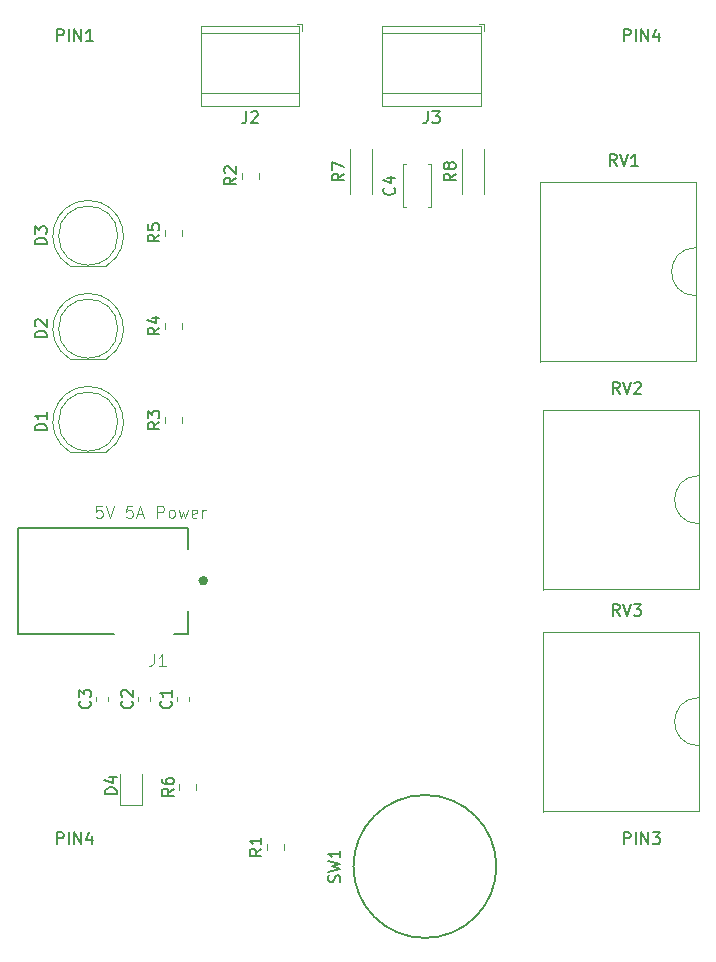
<source format=gbr>
G04 #@! TF.GenerationSoftware,KiCad,Pcbnew,(5.1.5)-3*
G04 #@! TF.CreationDate,2020-02-29T23:20:45-05:00*
G04 #@! TF.ProjectId,LED_Control,4c45445f-436f-46e7-9472-6f6c2e6b6963,rev?*
G04 #@! TF.SameCoordinates,Original*
G04 #@! TF.FileFunction,Legend,Top*
G04 #@! TF.FilePolarity,Positive*
%FSLAX46Y46*%
G04 Gerber Fmt 4.6, Leading zero omitted, Abs format (unit mm)*
G04 Created by KiCad (PCBNEW (5.1.5)-3) date 2020-02-29 23:20:45*
%MOMM*%
%LPD*%
G04 APERTURE LIST*
%ADD10C,0.120000*%
%ADD11C,0.127000*%
%ADD12C,0.400000*%
%ADD13C,0.200000*%
%ADD14C,0.150000*%
%ADD15C,0.050000*%
G04 APERTURE END LIST*
D10*
X145636500Y-75235500D02*
X145636500Y-71395500D01*
X143796500Y-75235500D02*
X143796500Y-71395500D01*
X145624000Y-60779000D02*
X145224000Y-60779000D01*
X145624000Y-61419000D02*
X145624000Y-60779000D01*
X137064000Y-67759000D02*
X137064000Y-61019000D01*
X145384000Y-67759000D02*
X145384000Y-61019000D01*
X145384000Y-61019000D02*
X137064000Y-61019000D01*
X145384000Y-67759000D02*
X137064000Y-67759000D01*
X145384000Y-66639000D02*
X137064000Y-66639000D01*
X145384000Y-61539000D02*
X137064000Y-61539000D01*
X130257000Y-60779000D02*
X129857000Y-60779000D01*
X130257000Y-61419000D02*
X130257000Y-60779000D01*
X121697000Y-67759000D02*
X121697000Y-61019000D01*
X130017000Y-67759000D02*
X130017000Y-61019000D01*
X130017000Y-61019000D02*
X121697000Y-61019000D01*
X130017000Y-67759000D02*
X121697000Y-67759000D01*
X130017000Y-66639000D02*
X121697000Y-66639000D01*
X130017000Y-61539000D02*
X121697000Y-61539000D01*
X136175000Y-75235500D02*
X136175000Y-71395500D01*
X134335000Y-75235500D02*
X134335000Y-71395500D01*
X120715500Y-118145779D02*
X120715500Y-117820221D01*
X119695500Y-118145779D02*
X119695500Y-117820221D01*
X117413500Y-118145779D02*
X117413500Y-117820221D01*
X116393500Y-118145779D02*
X116393500Y-117820221D01*
X112837500Y-118145779D02*
X112837500Y-117820221D01*
X113857500Y-118145779D02*
X113857500Y-117820221D01*
X138815750Y-76325500D02*
X138815750Y-72685500D01*
X141155750Y-76325500D02*
X141155750Y-72685500D01*
X138815750Y-76325500D02*
X139060750Y-76325500D01*
X140910750Y-76325500D02*
X141155750Y-76325500D01*
X138815750Y-72685500D02*
X139060750Y-72685500D01*
X140910750Y-72685500D02*
X141155750Y-72685500D01*
X112141462Y-91498000D02*
G75*
G03X110596170Y-97048000I-462J-2990000D01*
G01*
X112140538Y-91498000D02*
G75*
G02X113685830Y-97048000I462J-2990000D01*
G01*
X114641000Y-94488000D02*
G75*
G03X114641000Y-94488000I-2500000J0D01*
G01*
X110596000Y-97048000D02*
X113686000Y-97048000D01*
X110596000Y-89174000D02*
X113686000Y-89174000D01*
X114641000Y-86614000D02*
G75*
G03X114641000Y-86614000I-2500000J0D01*
G01*
X112140538Y-83624000D02*
G75*
G02X113685830Y-89174000I462J-2990000D01*
G01*
X112141462Y-83624000D02*
G75*
G03X110596170Y-89174000I-462J-2990000D01*
G01*
X112141462Y-75750000D02*
G75*
G03X110596170Y-81300000I-462J-2990000D01*
G01*
X112140538Y-75750000D02*
G75*
G02X113685830Y-81300000I462J-2990000D01*
G01*
X114641000Y-78740000D02*
G75*
G03X114641000Y-78740000I-2500000J0D01*
G01*
X110596000Y-81300000D02*
X113686000Y-81300000D01*
X114800500Y-124285500D02*
X114800500Y-126970500D01*
X114800500Y-126970500D02*
X116720500Y-126970500D01*
X116720500Y-126970500D02*
X116720500Y-124285500D01*
D11*
X106188000Y-112450000D02*
X106188000Y-103450000D01*
X106188000Y-103450000D02*
X120588000Y-103450000D01*
X120588000Y-112450000D02*
X119438000Y-112450000D01*
X120588000Y-103450000D02*
X120588000Y-105300000D01*
X114338000Y-112450000D02*
X106188000Y-112450000D01*
X120588000Y-110500000D02*
X120588000Y-112450000D01*
D12*
X122088000Y-107950000D02*
G75*
G03X122088000Y-107950000I-200000J0D01*
G01*
D10*
X127306000Y-130751078D02*
X127306000Y-130233922D01*
X128726000Y-130751078D02*
X128726000Y-130233922D01*
X126567000Y-73918578D02*
X126567000Y-73401422D01*
X125147000Y-73918578D02*
X125147000Y-73401422D01*
X120090000Y-94619578D02*
X120090000Y-94102422D01*
X118670000Y-94619578D02*
X118670000Y-94102422D01*
X120090000Y-86618578D02*
X120090000Y-86101422D01*
X118670000Y-86618578D02*
X118670000Y-86101422D01*
X118670000Y-78744578D02*
X118670000Y-78227422D01*
X120090000Y-78744578D02*
X120090000Y-78227422D01*
X119876500Y-125671078D02*
X119876500Y-125153922D01*
X121296500Y-125671078D02*
X121296500Y-125153922D01*
X163576000Y-83820000D02*
G75*
G02X163576000Y-79756000I0J2032000D01*
G01*
X163580000Y-74168000D02*
X163580000Y-89388000D01*
X157480000Y-89388000D02*
X163580000Y-89388000D01*
X157480000Y-74188000D02*
X163580000Y-74168000D01*
X150380000Y-74188000D02*
X150368000Y-89408000D01*
X157480000Y-89388000D02*
X150480000Y-89388000D01*
X157480000Y-74188000D02*
X150380000Y-74188000D01*
X157734000Y-93492000D02*
X150634000Y-93492000D01*
X157734000Y-108692000D02*
X150734000Y-108692000D01*
X150634000Y-93492000D02*
X150622000Y-108712000D01*
X157734000Y-93492000D02*
X163834000Y-93472000D01*
X157734000Y-108692000D02*
X163834000Y-108692000D01*
X163834000Y-93472000D02*
X163834000Y-108692000D01*
X163830000Y-103124000D02*
G75*
G02X163830000Y-99060000I0J2032000D01*
G01*
X157734000Y-112288000D02*
X150634000Y-112288000D01*
X157734000Y-127488000D02*
X150734000Y-127488000D01*
X150634000Y-112288000D02*
X150622000Y-127508000D01*
X157734000Y-112288000D02*
X163834000Y-112268000D01*
X157734000Y-127488000D02*
X163834000Y-127488000D01*
X163834000Y-112268000D02*
X163834000Y-127488000D01*
X163830000Y-121920000D02*
G75*
G02X163830000Y-117856000I0J2032000D01*
G01*
D13*
X146702500Y-132143500D02*
G75*
G03X146702500Y-132143500I-6050000J0D01*
G01*
D14*
X143248880Y-73482166D02*
X142772690Y-73815500D01*
X143248880Y-74053595D02*
X142248880Y-74053595D01*
X142248880Y-73672642D01*
X142296500Y-73577404D01*
X142344119Y-73529785D01*
X142439357Y-73482166D01*
X142582214Y-73482166D01*
X142677452Y-73529785D01*
X142725071Y-73577404D01*
X142772690Y-73672642D01*
X142772690Y-74053595D01*
X142677452Y-72910738D02*
X142629833Y-73005976D01*
X142582214Y-73053595D01*
X142486976Y-73101214D01*
X142439357Y-73101214D01*
X142344119Y-73053595D01*
X142296500Y-73005976D01*
X142248880Y-72910738D01*
X142248880Y-72720261D01*
X142296500Y-72625023D01*
X142344119Y-72577404D01*
X142439357Y-72529785D01*
X142486976Y-72529785D01*
X142582214Y-72577404D01*
X142629833Y-72625023D01*
X142677452Y-72720261D01*
X142677452Y-72910738D01*
X142725071Y-73005976D01*
X142772690Y-73053595D01*
X142867928Y-73101214D01*
X143058404Y-73101214D01*
X143153642Y-73053595D01*
X143201261Y-73005976D01*
X143248880Y-72910738D01*
X143248880Y-72720261D01*
X143201261Y-72625023D01*
X143153642Y-72577404D01*
X143058404Y-72529785D01*
X142867928Y-72529785D01*
X142772690Y-72577404D01*
X142725071Y-72625023D01*
X142677452Y-72720261D01*
X140890666Y-68211380D02*
X140890666Y-68925666D01*
X140843047Y-69068523D01*
X140747809Y-69163761D01*
X140604952Y-69211380D01*
X140509714Y-69211380D01*
X141271619Y-68211380D02*
X141890666Y-68211380D01*
X141557333Y-68592333D01*
X141700190Y-68592333D01*
X141795428Y-68639952D01*
X141843047Y-68687571D01*
X141890666Y-68782809D01*
X141890666Y-69020904D01*
X141843047Y-69116142D01*
X141795428Y-69163761D01*
X141700190Y-69211380D01*
X141414476Y-69211380D01*
X141319238Y-69163761D01*
X141271619Y-69116142D01*
X125523666Y-68211380D02*
X125523666Y-68925666D01*
X125476047Y-69068523D01*
X125380809Y-69163761D01*
X125237952Y-69211380D01*
X125142714Y-69211380D01*
X125952238Y-68306619D02*
X125999857Y-68259000D01*
X126095095Y-68211380D01*
X126333190Y-68211380D01*
X126428428Y-68259000D01*
X126476047Y-68306619D01*
X126523666Y-68401857D01*
X126523666Y-68497095D01*
X126476047Y-68639952D01*
X125904619Y-69211380D01*
X126523666Y-69211380D01*
X157500000Y-62252380D02*
X157500000Y-61252380D01*
X157880952Y-61252380D01*
X157976190Y-61300000D01*
X158023809Y-61347619D01*
X158071428Y-61442857D01*
X158071428Y-61585714D01*
X158023809Y-61680952D01*
X157976190Y-61728571D01*
X157880952Y-61776190D01*
X157500000Y-61776190D01*
X158500000Y-62252380D02*
X158500000Y-61252380D01*
X158976190Y-62252380D02*
X158976190Y-61252380D01*
X159547619Y-62252380D01*
X159547619Y-61252380D01*
X160452380Y-61585714D02*
X160452380Y-62252380D01*
X160214285Y-61204761D02*
X159976190Y-61919047D01*
X160595238Y-61919047D01*
X157500000Y-130252380D02*
X157500000Y-129252380D01*
X157880952Y-129252380D01*
X157976190Y-129300000D01*
X158023809Y-129347619D01*
X158071428Y-129442857D01*
X158071428Y-129585714D01*
X158023809Y-129680952D01*
X157976190Y-129728571D01*
X157880952Y-129776190D01*
X157500000Y-129776190D01*
X158500000Y-130252380D02*
X158500000Y-129252380D01*
X158976190Y-130252380D02*
X158976190Y-129252380D01*
X159547619Y-130252380D01*
X159547619Y-129252380D01*
X159928571Y-129252380D02*
X160547619Y-129252380D01*
X160214285Y-129633333D01*
X160357142Y-129633333D01*
X160452380Y-129680952D01*
X160500000Y-129728571D01*
X160547619Y-129823809D01*
X160547619Y-130061904D01*
X160500000Y-130157142D01*
X160452380Y-130204761D01*
X160357142Y-130252380D01*
X160071428Y-130252380D01*
X159976190Y-130204761D01*
X159928571Y-130157142D01*
X109500000Y-130252380D02*
X109500000Y-129252380D01*
X109880952Y-129252380D01*
X109976190Y-129300000D01*
X110023809Y-129347619D01*
X110071428Y-129442857D01*
X110071428Y-129585714D01*
X110023809Y-129680952D01*
X109976190Y-129728571D01*
X109880952Y-129776190D01*
X109500000Y-129776190D01*
X110500000Y-130252380D02*
X110500000Y-129252380D01*
X110976190Y-130252380D02*
X110976190Y-129252380D01*
X111547619Y-130252380D01*
X111547619Y-129252380D01*
X112452380Y-129585714D02*
X112452380Y-130252380D01*
X112214285Y-129204761D02*
X111976190Y-129919047D01*
X112595238Y-129919047D01*
X109500000Y-62252380D02*
X109500000Y-61252380D01*
X109880952Y-61252380D01*
X109976190Y-61300000D01*
X110023809Y-61347619D01*
X110071428Y-61442857D01*
X110071428Y-61585714D01*
X110023809Y-61680952D01*
X109976190Y-61728571D01*
X109880952Y-61776190D01*
X109500000Y-61776190D01*
X110500000Y-62252380D02*
X110500000Y-61252380D01*
X110976190Y-62252380D02*
X110976190Y-61252380D01*
X111547619Y-62252380D01*
X111547619Y-61252380D01*
X112547619Y-62252380D02*
X111976190Y-62252380D01*
X112261904Y-62252380D02*
X112261904Y-61252380D01*
X112166666Y-61395238D01*
X112071428Y-61490476D01*
X111976190Y-61538095D01*
X133787380Y-73482166D02*
X133311190Y-73815500D01*
X133787380Y-74053595D02*
X132787380Y-74053595D01*
X132787380Y-73672642D01*
X132835000Y-73577404D01*
X132882619Y-73529785D01*
X132977857Y-73482166D01*
X133120714Y-73482166D01*
X133215952Y-73529785D01*
X133263571Y-73577404D01*
X133311190Y-73672642D01*
X133311190Y-74053595D01*
X132787380Y-73148833D02*
X132787380Y-72482166D01*
X133787380Y-72910738D01*
X119132642Y-118149666D02*
X119180261Y-118197285D01*
X119227880Y-118340142D01*
X119227880Y-118435380D01*
X119180261Y-118578238D01*
X119085023Y-118673476D01*
X118989785Y-118721095D01*
X118799309Y-118768714D01*
X118656452Y-118768714D01*
X118465976Y-118721095D01*
X118370738Y-118673476D01*
X118275500Y-118578238D01*
X118227880Y-118435380D01*
X118227880Y-118340142D01*
X118275500Y-118197285D01*
X118323119Y-118149666D01*
X119227880Y-117197285D02*
X119227880Y-117768714D01*
X119227880Y-117483000D02*
X118227880Y-117483000D01*
X118370738Y-117578238D01*
X118465976Y-117673476D01*
X118513595Y-117768714D01*
X115830642Y-118149666D02*
X115878261Y-118197285D01*
X115925880Y-118340142D01*
X115925880Y-118435380D01*
X115878261Y-118578238D01*
X115783023Y-118673476D01*
X115687785Y-118721095D01*
X115497309Y-118768714D01*
X115354452Y-118768714D01*
X115163976Y-118721095D01*
X115068738Y-118673476D01*
X114973500Y-118578238D01*
X114925880Y-118435380D01*
X114925880Y-118340142D01*
X114973500Y-118197285D01*
X115021119Y-118149666D01*
X115021119Y-117768714D02*
X114973500Y-117721095D01*
X114925880Y-117625857D01*
X114925880Y-117387761D01*
X114973500Y-117292523D01*
X115021119Y-117244904D01*
X115116357Y-117197285D01*
X115211595Y-117197285D01*
X115354452Y-117244904D01*
X115925880Y-117816333D01*
X115925880Y-117197285D01*
X112274642Y-118149666D02*
X112322261Y-118197285D01*
X112369880Y-118340142D01*
X112369880Y-118435380D01*
X112322261Y-118578238D01*
X112227023Y-118673476D01*
X112131785Y-118721095D01*
X111941309Y-118768714D01*
X111798452Y-118768714D01*
X111607976Y-118721095D01*
X111512738Y-118673476D01*
X111417500Y-118578238D01*
X111369880Y-118435380D01*
X111369880Y-118340142D01*
X111417500Y-118197285D01*
X111465119Y-118149666D01*
X111369880Y-117816333D02*
X111369880Y-117197285D01*
X111750833Y-117530619D01*
X111750833Y-117387761D01*
X111798452Y-117292523D01*
X111846071Y-117244904D01*
X111941309Y-117197285D01*
X112179404Y-117197285D01*
X112274642Y-117244904D01*
X112322261Y-117292523D01*
X112369880Y-117387761D01*
X112369880Y-117673476D01*
X112322261Y-117768714D01*
X112274642Y-117816333D01*
X138042892Y-74672166D02*
X138090511Y-74719785D01*
X138138130Y-74862642D01*
X138138130Y-74957880D01*
X138090511Y-75100738D01*
X137995273Y-75195976D01*
X137900035Y-75243595D01*
X137709559Y-75291214D01*
X137566702Y-75291214D01*
X137376226Y-75243595D01*
X137280988Y-75195976D01*
X137185750Y-75100738D01*
X137138130Y-74957880D01*
X137138130Y-74862642D01*
X137185750Y-74719785D01*
X137233369Y-74672166D01*
X137471464Y-73815023D02*
X138138130Y-73815023D01*
X137090511Y-74053119D02*
X137804797Y-74291214D01*
X137804797Y-73672166D01*
X108633380Y-95226095D02*
X107633380Y-95226095D01*
X107633380Y-94988000D01*
X107681000Y-94845142D01*
X107776238Y-94749904D01*
X107871476Y-94702285D01*
X108061952Y-94654666D01*
X108204809Y-94654666D01*
X108395285Y-94702285D01*
X108490523Y-94749904D01*
X108585761Y-94845142D01*
X108633380Y-94988000D01*
X108633380Y-95226095D01*
X108633380Y-93702285D02*
X108633380Y-94273714D01*
X108633380Y-93988000D02*
X107633380Y-93988000D01*
X107776238Y-94083238D01*
X107871476Y-94178476D01*
X107919095Y-94273714D01*
X108633380Y-87352095D02*
X107633380Y-87352095D01*
X107633380Y-87114000D01*
X107681000Y-86971142D01*
X107776238Y-86875904D01*
X107871476Y-86828285D01*
X108061952Y-86780666D01*
X108204809Y-86780666D01*
X108395285Y-86828285D01*
X108490523Y-86875904D01*
X108585761Y-86971142D01*
X108633380Y-87114000D01*
X108633380Y-87352095D01*
X107728619Y-86399714D02*
X107681000Y-86352095D01*
X107633380Y-86256857D01*
X107633380Y-86018761D01*
X107681000Y-85923523D01*
X107728619Y-85875904D01*
X107823857Y-85828285D01*
X107919095Y-85828285D01*
X108061952Y-85875904D01*
X108633380Y-86447333D01*
X108633380Y-85828285D01*
X108633380Y-79478095D02*
X107633380Y-79478095D01*
X107633380Y-79240000D01*
X107681000Y-79097142D01*
X107776238Y-79001904D01*
X107871476Y-78954285D01*
X108061952Y-78906666D01*
X108204809Y-78906666D01*
X108395285Y-78954285D01*
X108490523Y-79001904D01*
X108585761Y-79097142D01*
X108633380Y-79240000D01*
X108633380Y-79478095D01*
X107633380Y-78573333D02*
X107633380Y-77954285D01*
X108014333Y-78287619D01*
X108014333Y-78144761D01*
X108061952Y-78049523D01*
X108109571Y-78001904D01*
X108204809Y-77954285D01*
X108442904Y-77954285D01*
X108538142Y-78001904D01*
X108585761Y-78049523D01*
X108633380Y-78144761D01*
X108633380Y-78430476D01*
X108585761Y-78525714D01*
X108538142Y-78573333D01*
X114562880Y-126023595D02*
X113562880Y-126023595D01*
X113562880Y-125785500D01*
X113610500Y-125642642D01*
X113705738Y-125547404D01*
X113800976Y-125499785D01*
X113991452Y-125452166D01*
X114134309Y-125452166D01*
X114324785Y-125499785D01*
X114420023Y-125547404D01*
X114515261Y-125642642D01*
X114562880Y-125785500D01*
X114562880Y-126023595D01*
X113896214Y-124595023D02*
X114562880Y-124595023D01*
X113515261Y-124833119D02*
X114229547Y-125071214D01*
X114229547Y-124452166D01*
D15*
X117704560Y-114167673D02*
X117704560Y-114881995D01*
X117656938Y-115024859D01*
X117561695Y-115120102D01*
X117418831Y-115167723D01*
X117323588Y-115167723D01*
X118704610Y-115167723D02*
X118133152Y-115167723D01*
X118418881Y-115167723D02*
X118418881Y-114167673D01*
X118323638Y-114310537D01*
X118228395Y-114405780D01*
X118133152Y-114453402D01*
X113322917Y-101618998D02*
X112846098Y-101618998D01*
X112798416Y-102095817D01*
X112846098Y-102048135D01*
X112941461Y-102000453D01*
X113179871Y-102000453D01*
X113275235Y-102048135D01*
X113322917Y-102095817D01*
X113370599Y-102191180D01*
X113370599Y-102429590D01*
X113322917Y-102524954D01*
X113275235Y-102572636D01*
X113179871Y-102620318D01*
X112941461Y-102620318D01*
X112846098Y-102572636D01*
X112798416Y-102524954D01*
X113656690Y-101618998D02*
X113990463Y-102620318D01*
X114324237Y-101618998D01*
X115897740Y-101618998D02*
X115420920Y-101618998D01*
X115373239Y-102095817D01*
X115420920Y-102048135D01*
X115516284Y-102000453D01*
X115754694Y-102000453D01*
X115850058Y-102048135D01*
X115897740Y-102095817D01*
X115945421Y-102191180D01*
X115945421Y-102429590D01*
X115897740Y-102524954D01*
X115850058Y-102572636D01*
X115754694Y-102620318D01*
X115516284Y-102620318D01*
X115420920Y-102572636D01*
X115373239Y-102524954D01*
X116326877Y-102334226D02*
X116803696Y-102334226D01*
X116231513Y-102620318D02*
X116565286Y-101618998D01*
X116899060Y-102620318D01*
X117995743Y-102620318D02*
X117995743Y-101618998D01*
X118377199Y-101618998D01*
X118472562Y-101666680D01*
X118520244Y-101714361D01*
X118567926Y-101809725D01*
X118567926Y-101952771D01*
X118520244Y-102048135D01*
X118472562Y-102095817D01*
X118377199Y-102143499D01*
X117995743Y-102143499D01*
X119140109Y-102620318D02*
X119044745Y-102572636D01*
X118997063Y-102524954D01*
X118949381Y-102429590D01*
X118949381Y-102143499D01*
X118997063Y-102048135D01*
X119044745Y-102000453D01*
X119140109Y-101952771D01*
X119283155Y-101952771D01*
X119378519Y-102000453D01*
X119426200Y-102048135D01*
X119473882Y-102143499D01*
X119473882Y-102429590D01*
X119426200Y-102524954D01*
X119378519Y-102572636D01*
X119283155Y-102620318D01*
X119140109Y-102620318D01*
X119807656Y-101952771D02*
X119998383Y-102620318D01*
X120189111Y-102143499D01*
X120379839Y-102620318D01*
X120570566Y-101952771D01*
X121333477Y-102572636D02*
X121238113Y-102620318D01*
X121047385Y-102620318D01*
X120952021Y-102572636D01*
X120904340Y-102477272D01*
X120904340Y-102095817D01*
X120952021Y-102000453D01*
X121047385Y-101952771D01*
X121238113Y-101952771D01*
X121333477Y-102000453D01*
X121381159Y-102095817D01*
X121381159Y-102191180D01*
X120904340Y-102286544D01*
X121810296Y-102620318D02*
X121810296Y-101952771D01*
X121810296Y-102143499D02*
X121857978Y-102048135D01*
X121905660Y-102000453D01*
X122001023Y-101952771D01*
X122096387Y-101952771D01*
D14*
X126818380Y-130659166D02*
X126342190Y-130992500D01*
X126818380Y-131230595D02*
X125818380Y-131230595D01*
X125818380Y-130849642D01*
X125866000Y-130754404D01*
X125913619Y-130706785D01*
X126008857Y-130659166D01*
X126151714Y-130659166D01*
X126246952Y-130706785D01*
X126294571Y-130754404D01*
X126342190Y-130849642D01*
X126342190Y-131230595D01*
X126818380Y-129706785D02*
X126818380Y-130278214D01*
X126818380Y-129992500D02*
X125818380Y-129992500D01*
X125961238Y-130087738D01*
X126056476Y-130182976D01*
X126104095Y-130278214D01*
X124659380Y-73826666D02*
X124183190Y-74160000D01*
X124659380Y-74398095D02*
X123659380Y-74398095D01*
X123659380Y-74017142D01*
X123707000Y-73921904D01*
X123754619Y-73874285D01*
X123849857Y-73826666D01*
X123992714Y-73826666D01*
X124087952Y-73874285D01*
X124135571Y-73921904D01*
X124183190Y-74017142D01*
X124183190Y-74398095D01*
X123754619Y-73445714D02*
X123707000Y-73398095D01*
X123659380Y-73302857D01*
X123659380Y-73064761D01*
X123707000Y-72969523D01*
X123754619Y-72921904D01*
X123849857Y-72874285D01*
X123945095Y-72874285D01*
X124087952Y-72921904D01*
X124659380Y-73493333D01*
X124659380Y-72874285D01*
X118182380Y-94527666D02*
X117706190Y-94861000D01*
X118182380Y-95099095D02*
X117182380Y-95099095D01*
X117182380Y-94718142D01*
X117230000Y-94622904D01*
X117277619Y-94575285D01*
X117372857Y-94527666D01*
X117515714Y-94527666D01*
X117610952Y-94575285D01*
X117658571Y-94622904D01*
X117706190Y-94718142D01*
X117706190Y-95099095D01*
X117182380Y-94194333D02*
X117182380Y-93575285D01*
X117563333Y-93908619D01*
X117563333Y-93765761D01*
X117610952Y-93670523D01*
X117658571Y-93622904D01*
X117753809Y-93575285D01*
X117991904Y-93575285D01*
X118087142Y-93622904D01*
X118134761Y-93670523D01*
X118182380Y-93765761D01*
X118182380Y-94051476D01*
X118134761Y-94146714D01*
X118087142Y-94194333D01*
X118182380Y-86526666D02*
X117706190Y-86860000D01*
X118182380Y-87098095D02*
X117182380Y-87098095D01*
X117182380Y-86717142D01*
X117230000Y-86621904D01*
X117277619Y-86574285D01*
X117372857Y-86526666D01*
X117515714Y-86526666D01*
X117610952Y-86574285D01*
X117658571Y-86621904D01*
X117706190Y-86717142D01*
X117706190Y-87098095D01*
X117515714Y-85669523D02*
X118182380Y-85669523D01*
X117134761Y-85907619D02*
X117849047Y-86145714D01*
X117849047Y-85526666D01*
X118182380Y-78652666D02*
X117706190Y-78986000D01*
X118182380Y-79224095D02*
X117182380Y-79224095D01*
X117182380Y-78843142D01*
X117230000Y-78747904D01*
X117277619Y-78700285D01*
X117372857Y-78652666D01*
X117515714Y-78652666D01*
X117610952Y-78700285D01*
X117658571Y-78747904D01*
X117706190Y-78843142D01*
X117706190Y-79224095D01*
X117182380Y-77747904D02*
X117182380Y-78224095D01*
X117658571Y-78271714D01*
X117610952Y-78224095D01*
X117563333Y-78128857D01*
X117563333Y-77890761D01*
X117610952Y-77795523D01*
X117658571Y-77747904D01*
X117753809Y-77700285D01*
X117991904Y-77700285D01*
X118087142Y-77747904D01*
X118134761Y-77795523D01*
X118182380Y-77890761D01*
X118182380Y-78128857D01*
X118134761Y-78224095D01*
X118087142Y-78271714D01*
X119388880Y-125579166D02*
X118912690Y-125912500D01*
X119388880Y-126150595D02*
X118388880Y-126150595D01*
X118388880Y-125769642D01*
X118436500Y-125674404D01*
X118484119Y-125626785D01*
X118579357Y-125579166D01*
X118722214Y-125579166D01*
X118817452Y-125626785D01*
X118865071Y-125674404D01*
X118912690Y-125769642D01*
X118912690Y-126150595D01*
X118388880Y-124722023D02*
X118388880Y-124912500D01*
X118436500Y-125007738D01*
X118484119Y-125055357D01*
X118626976Y-125150595D01*
X118817452Y-125198214D01*
X119198404Y-125198214D01*
X119293642Y-125150595D01*
X119341261Y-125102976D01*
X119388880Y-125007738D01*
X119388880Y-124817261D01*
X119341261Y-124722023D01*
X119293642Y-124674404D01*
X119198404Y-124626785D01*
X118960309Y-124626785D01*
X118865071Y-124674404D01*
X118817452Y-124722023D01*
X118769833Y-124817261D01*
X118769833Y-125007738D01*
X118817452Y-125102976D01*
X118865071Y-125150595D01*
X118960309Y-125198214D01*
X156884761Y-72834380D02*
X156551428Y-72358190D01*
X156313333Y-72834380D02*
X156313333Y-71834380D01*
X156694285Y-71834380D01*
X156789523Y-71882000D01*
X156837142Y-71929619D01*
X156884761Y-72024857D01*
X156884761Y-72167714D01*
X156837142Y-72262952D01*
X156789523Y-72310571D01*
X156694285Y-72358190D01*
X156313333Y-72358190D01*
X157170476Y-71834380D02*
X157503809Y-72834380D01*
X157837142Y-71834380D01*
X158694285Y-72834380D02*
X158122857Y-72834380D01*
X158408571Y-72834380D02*
X158408571Y-71834380D01*
X158313333Y-71977238D01*
X158218095Y-72072476D01*
X158122857Y-72120095D01*
X157138761Y-92138380D02*
X156805428Y-91662190D01*
X156567333Y-92138380D02*
X156567333Y-91138380D01*
X156948285Y-91138380D01*
X157043523Y-91186000D01*
X157091142Y-91233619D01*
X157138761Y-91328857D01*
X157138761Y-91471714D01*
X157091142Y-91566952D01*
X157043523Y-91614571D01*
X156948285Y-91662190D01*
X156567333Y-91662190D01*
X157424476Y-91138380D02*
X157757809Y-92138380D01*
X158091142Y-91138380D01*
X158376857Y-91233619D02*
X158424476Y-91186000D01*
X158519714Y-91138380D01*
X158757809Y-91138380D01*
X158853047Y-91186000D01*
X158900666Y-91233619D01*
X158948285Y-91328857D01*
X158948285Y-91424095D01*
X158900666Y-91566952D01*
X158329238Y-92138380D01*
X158948285Y-92138380D01*
X157138761Y-110934380D02*
X156805428Y-110458190D01*
X156567333Y-110934380D02*
X156567333Y-109934380D01*
X156948285Y-109934380D01*
X157043523Y-109982000D01*
X157091142Y-110029619D01*
X157138761Y-110124857D01*
X157138761Y-110267714D01*
X157091142Y-110362952D01*
X157043523Y-110410571D01*
X156948285Y-110458190D01*
X156567333Y-110458190D01*
X157424476Y-109934380D02*
X157757809Y-110934380D01*
X158091142Y-109934380D01*
X158329238Y-109934380D02*
X158948285Y-109934380D01*
X158614952Y-110315333D01*
X158757809Y-110315333D01*
X158853047Y-110362952D01*
X158900666Y-110410571D01*
X158948285Y-110505809D01*
X158948285Y-110743904D01*
X158900666Y-110839142D01*
X158853047Y-110886761D01*
X158757809Y-110934380D01*
X158472095Y-110934380D01*
X158376857Y-110886761D01*
X158329238Y-110839142D01*
X133437261Y-133476833D02*
X133484880Y-133333976D01*
X133484880Y-133095880D01*
X133437261Y-133000642D01*
X133389642Y-132953023D01*
X133294404Y-132905404D01*
X133199166Y-132905404D01*
X133103928Y-132953023D01*
X133056309Y-133000642D01*
X133008690Y-133095880D01*
X132961071Y-133286357D01*
X132913452Y-133381595D01*
X132865833Y-133429214D01*
X132770595Y-133476833D01*
X132675357Y-133476833D01*
X132580119Y-133429214D01*
X132532500Y-133381595D01*
X132484880Y-133286357D01*
X132484880Y-133048261D01*
X132532500Y-132905404D01*
X132484880Y-132572071D02*
X133484880Y-132333976D01*
X132770595Y-132143500D01*
X133484880Y-131953023D01*
X132484880Y-131714928D01*
X133484880Y-130810166D02*
X133484880Y-131381595D01*
X133484880Y-131095880D02*
X132484880Y-131095880D01*
X132627738Y-131191119D01*
X132722976Y-131286357D01*
X132770595Y-131381595D01*
M02*

</source>
